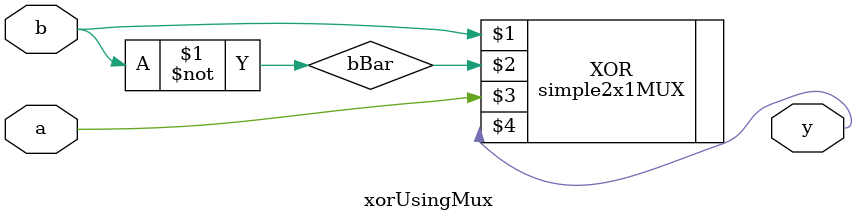
<source format=v>
`timescale 1ns / 1ps


module xorUsingMux(
    input b,
    input a,
    output y
    );
    
    wire bBar;
    assign  bBar = ~b;
    
    simple2x1MUX XOR(b ,bBar ,a , y);
    
    
endmodule

</source>
